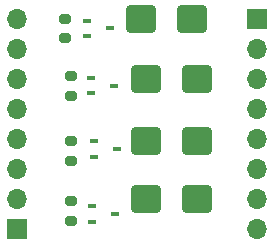
<source format=gbr>
%TF.GenerationSoftware,KiCad,Pcbnew,7.0.8-7.0.8~ubuntu22.04.1*%
%TF.CreationDate,2023-10-18T14:35:01-07:00*%
%TF.ProjectId,SolenoidDriver,536f6c65-6e6f-4696-9444-72697665722e,rev?*%
%TF.SameCoordinates,Original*%
%TF.FileFunction,Soldermask,Top*%
%TF.FilePolarity,Negative*%
%FSLAX46Y46*%
G04 Gerber Fmt 4.6, Leading zero omitted, Abs format (unit mm)*
G04 Created by KiCad (PCBNEW 7.0.8-7.0.8~ubuntu22.04.1) date 2023-10-18 14:35:01*
%MOMM*%
%LPD*%
G01*
G04 APERTURE LIST*
G04 Aperture macros list*
%AMRoundRect*
0 Rectangle with rounded corners*
0 $1 Rounding radius*
0 $2 $3 $4 $5 $6 $7 $8 $9 X,Y pos of 4 corners*
0 Add a 4 corners polygon primitive as box body*
4,1,4,$2,$3,$4,$5,$6,$7,$8,$9,$2,$3,0*
0 Add four circle primitives for the rounded corners*
1,1,$1+$1,$2,$3*
1,1,$1+$1,$4,$5*
1,1,$1+$1,$6,$7*
1,1,$1+$1,$8,$9*
0 Add four rect primitives between the rounded corners*
20,1,$1+$1,$2,$3,$4,$5,0*
20,1,$1+$1,$4,$5,$6,$7,0*
20,1,$1+$1,$6,$7,$8,$9,0*
20,1,$1+$1,$8,$9,$2,$3,0*%
G04 Aperture macros list end*
%ADD10R,1.700000X1.700000*%
%ADD11O,1.700000X1.700000*%
%ADD12RoundRect,0.200000X0.275000X-0.200000X0.275000X0.200000X-0.275000X0.200000X-0.275000X-0.200000X0*%
%ADD13R,0.700000X0.450000*%
%ADD14RoundRect,0.250000X-1.000000X-0.900000X1.000000X-0.900000X1.000000X0.900000X-1.000000X0.900000X0*%
G04 APERTURE END LIST*
D10*
%TO.C,J2*%
X100330000Y-42450000D03*
D11*
X100330000Y-44990000D03*
X100330000Y-47530000D03*
X100330000Y-50070000D03*
X100330000Y-52610000D03*
X100330000Y-55150000D03*
X100330000Y-57690000D03*
X100330000Y-60230000D03*
%TD*%
%TO.C,J1*%
X80010000Y-42450000D03*
X80010000Y-44990000D03*
X80010000Y-47530000D03*
X80010000Y-50070000D03*
X80010000Y-52610000D03*
X80010000Y-55150000D03*
X80010000Y-57690000D03*
D10*
X80010000Y-60230000D03*
%TD*%
D12*
%TO.C,R1*%
X84582000Y-59531000D03*
X84582000Y-57881000D03*
%TD*%
D13*
%TO.C,Q1*%
X86360000Y-58310000D03*
X86360000Y-59610000D03*
X88360000Y-58960000D03*
%TD*%
D14*
%TO.C,D1*%
X95250000Y-57690000D03*
X90950000Y-57690000D03*
%TD*%
D12*
%TO.C,R4*%
X84074000Y-44053305D03*
X84074000Y-42403305D03*
%TD*%
%TO.C,R3*%
X84582000Y-47308083D03*
X84582000Y-48958083D03*
%TD*%
%TO.C,R2*%
X84582000Y-52801000D03*
X84582000Y-54451000D03*
%TD*%
D13*
%TO.C,Q4*%
X85941111Y-42573861D03*
X85941111Y-43873861D03*
X87941111Y-43223861D03*
%TD*%
%TO.C,Q3*%
X86286359Y-47436503D03*
X86286359Y-48736503D03*
X88286359Y-48086503D03*
%TD*%
%TO.C,Q2*%
X86537800Y-52808600D03*
X86537800Y-54108600D03*
X88537800Y-53458600D03*
%TD*%
D14*
%TO.C,D4*%
X94860000Y-42450000D03*
X90560000Y-42450000D03*
%TD*%
%TO.C,D3*%
X90950000Y-47530000D03*
X95250000Y-47530000D03*
%TD*%
%TO.C,D2*%
X91009719Y-52742740D03*
X95309719Y-52742740D03*
%TD*%
M02*

</source>
